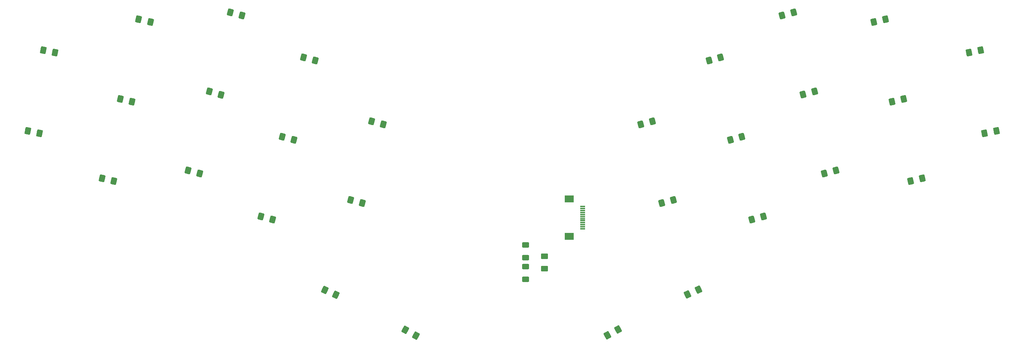
<source format=gtp>
G04 #@! TF.GenerationSoftware,KiCad,Pcbnew,7.0.2-0*
G04 #@! TF.CreationDate,2023-09-16T10:11:01+01:00*
G04 #@! TF.ProjectId,buteo-mx,62757465-6f2d-46d7-982e-6b696361645f,0.0.1*
G04 #@! TF.SameCoordinates,Original*
G04 #@! TF.FileFunction,Paste,Top*
G04 #@! TF.FilePolarity,Positive*
%FSLAX46Y46*%
G04 Gerber Fmt 4.6, Leading zero omitted, Abs format (unit mm)*
G04 Created by KiCad (PCBNEW 7.0.2-0) date 2023-09-16 10:11:01*
%MOMM*%
%LPD*%
G01*
G04 APERTURE LIST*
G04 Aperture macros list*
%AMRoundRect*
0 Rectangle with rounded corners*
0 $1 Rounding radius*
0 $2 $3 $4 $5 $6 $7 $8 $9 X,Y pos of 4 corners*
0 Add a 4 corners polygon primitive as box body*
4,1,4,$2,$3,$4,$5,$6,$7,$8,$9,$2,$3,0*
0 Add four circle primitives for the rounded corners*
1,1,$1+$1,$2,$3*
1,1,$1+$1,$4,$5*
1,1,$1+$1,$6,$7*
1,1,$1+$1,$8,$9*
0 Add four rect primitives between the rounded corners*
20,1,$1+$1,$2,$3,$4,$5,0*
20,1,$1+$1,$4,$5,$6,$7,0*
20,1,$1+$1,$6,$7,$8,$9,0*
20,1,$1+$1,$8,$9,$2,$3,0*%
G04 Aperture macros list end*
%ADD10RoundRect,0.250001X-0.591239X-0.504941X0.310051X-0.713020X0.591239X0.504941X-0.310051X0.713020X0*%
%ADD11RoundRect,0.250001X-0.334746X-0.701765X0.573257X-0.525267X0.334746X0.701765X-0.573257X0.525267X0*%
%ADD12RoundRect,0.250001X-0.608501X-0.483999X0.284978X-0.723406X0.608501X0.483999X-0.284978X0.723406X0*%
%ADD13RoundRect,0.250001X-0.573257X-0.525267X0.334746X-0.701765X0.573257X0.525267X-0.334746X0.701765X0*%
%ADD14RoundRect,0.250001X-0.624999X0.462499X-0.624999X-0.462499X0.624999X-0.462499X0.624999X0.462499X0*%
%ADD15RoundRect,0.250000X-0.625000X0.400000X-0.625000X-0.400000X0.625000X-0.400000X0.625000X0.400000X0*%
%ADD16RoundRect,0.250001X-0.284978X-0.723406X0.608501X-0.483999X0.284978X0.723406X-0.608501X0.483999X0*%
%ADD17RoundRect,0.250001X0.676724X0.382850X-0.168304X0.759080X-0.676724X-0.382850X0.168304X-0.759080X0*%
%ADD18RoundRect,0.250001X-0.310051X-0.713020X0.591239X-0.504941X0.310051X0.713020X-0.591239X0.504941X0*%
%ADD19RoundRect,0.250001X0.707516X0.322412X-0.101505X0.770860X-0.707516X-0.322412X0.101505X-0.770860X0*%
%ADD20RoundRect,0.250001X0.101505X0.770860X-0.707516X0.322412X-0.101505X-0.770860X0.707516X-0.322412X0*%
%ADD21RoundRect,0.250001X0.168304X0.759080X-0.676724X0.382850X-0.168304X-0.759080X0.676724X-0.382850X0*%
%ADD22R,1.300000X0.300000*%
%ADD23R,2.200000X1.800000*%
G04 APERTURE END LIST*
D10*
X48052034Y-94025291D03*
X50950784Y-94694521D03*
D11*
X265444633Y-82908476D03*
X268364973Y-82340820D03*
D12*
X109295453Y-99355980D03*
X112169083Y-100125966D03*
D13*
X29767092Y-82346709D03*
X32687432Y-82914365D03*
D12*
X114464630Y-79973681D03*
X117338260Y-80743667D03*
D14*
X157064581Y-113287501D03*
X157064581Y-116262501D03*
D10*
X57088786Y-54869987D03*
X59987536Y-55539217D03*
D15*
X152416382Y-110499987D03*
X152416382Y-113599987D03*
D16*
X180742624Y-80730253D03*
X183616254Y-79960267D03*
X220748771Y-73406610D03*
X223622401Y-72636624D03*
D12*
X69277717Y-92060022D03*
X72151347Y-92830008D03*
D10*
X52550421Y-74473340D03*
X55449171Y-75142570D03*
D17*
X105674944Y-122756789D03*
X102957146Y-121546747D03*
D13*
X33599981Y-62477348D03*
X36520321Y-63045004D03*
D16*
X202816386Y-84557822D03*
X205690016Y-83787836D03*
D12*
X74470146Y-72652631D03*
X77343776Y-73422617D03*
D16*
X225934303Y-92836559D03*
X228807933Y-92066573D03*
D18*
X242655795Y-75143942D03*
X245554545Y-74474712D03*
D12*
X79665899Y-53132517D03*
X82539529Y-53902503D03*
D16*
X185940712Y-100126041D03*
X188814342Y-99356055D03*
D19*
X125395402Y-132798598D03*
X122793408Y-131356290D03*
D16*
X215523214Y-53904567D03*
X218396844Y-53134581D03*
D12*
X87163167Y-103405713D03*
X90036797Y-104175699D03*
D15*
X152390980Y-115833987D03*
X152390980Y-118933987D03*
D11*
X261576548Y-63063406D03*
X264496888Y-62495750D03*
D16*
X197565816Y-65010720D03*
X200439446Y-64240734D03*
D20*
X175133733Y-131306085D03*
X172531739Y-132748393D03*
D21*
X194956544Y-121479434D03*
X192238746Y-122689476D03*
D18*
X238160552Y-55508331D03*
X241059302Y-54839101D03*
D22*
X166435000Y-100985000D03*
X166435000Y-101485000D03*
X166435000Y-101985000D03*
X166435000Y-102485000D03*
X166435000Y-102985000D03*
X166435000Y-103485000D03*
X166435000Y-103985000D03*
X166435000Y-104485000D03*
X166435000Y-104985000D03*
X166435000Y-105485000D03*
X166435000Y-105985000D03*
X166435000Y-106485000D03*
D23*
X163185000Y-99085000D03*
X163185000Y-108385000D03*
D12*
X97672594Y-64251608D03*
X100546224Y-65021594D03*
D16*
X208072999Y-104175777D03*
X210946629Y-103405791D03*
D18*
X247178629Y-94689339D03*
X250077379Y-94020109D03*
D12*
X92427024Y-83789699D03*
X95300654Y-84559685D03*
M02*

</source>
